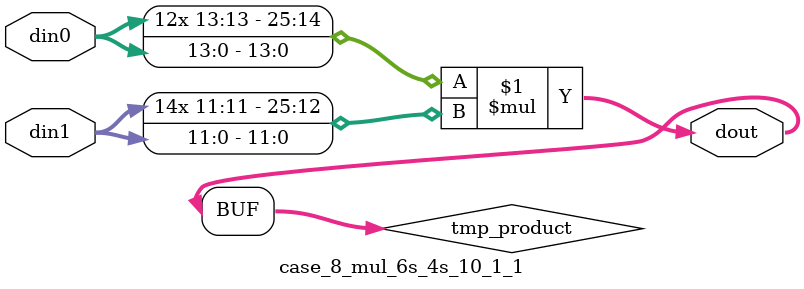
<source format=v>

`timescale 1 ns / 1 ps

 (* use_dsp = "no" *)  module case_8_mul_6s_4s_10_1_1(din0, din1, dout);
parameter ID = 1;
parameter NUM_STAGE = 0;
parameter din0_WIDTH = 14;
parameter din1_WIDTH = 12;
parameter dout_WIDTH = 26;

input [din0_WIDTH - 1 : 0] din0; 
input [din1_WIDTH - 1 : 0] din1; 
output [dout_WIDTH - 1 : 0] dout;

wire signed [dout_WIDTH - 1 : 0] tmp_product;



























assign tmp_product = $signed(din0) * $signed(din1);








assign dout = tmp_product;





















endmodule

</source>
